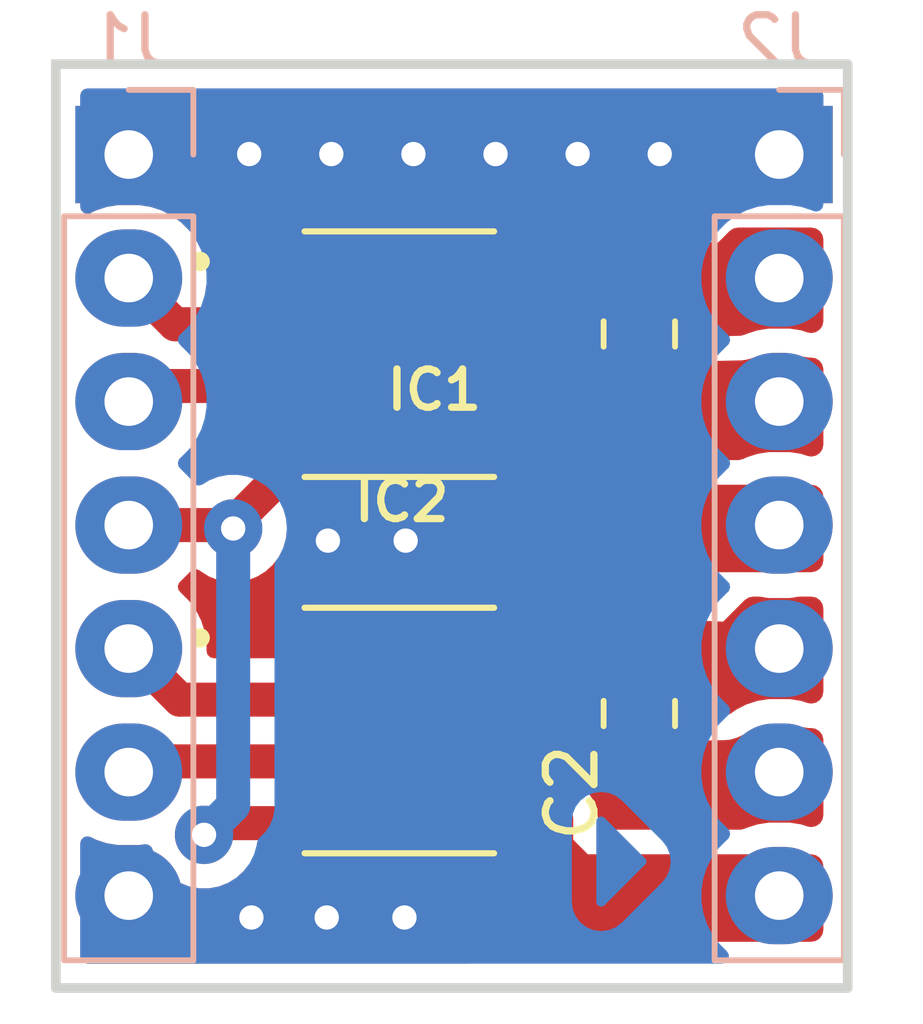
<source format=kicad_pcb>
(kicad_pcb (version 20240108) (generator "pcbnew") (generator_version "8.0")
  (layers (0 "F.Cu" signal) (31 "B.Cu" signal) (34 "B.Paste" user) (35 "F.Paste" user) (36 "B.SilkS" user "B.Silkscreen") (37 "F.SilkS" user "F.Silkscreen") (38 "B.Mask" user) (39 "F.Mask" user) (44 "Edge.Cuts" user))
  (net 0 "")
  (net 1 "/OUT_A2")
  (net 2 "/OUT_A1")
  (net 3 "/OUT_B1")
  (net 4 "/OUT_B2")
  (net 5 "GND")
  (net 6 "/VM")
  (net 7 "/VREF")
  (net 8 "/IN_A2")
  (net 9 "/IN_A1")
  (net 10 "/IN_B2")
  (net 11 "/IN_B1")
  (footprint "Capacitor_SMD:C_0805_2012Metric_Pad1.18x1.45mm_HandSolder" (layer "F.Cu") (at 116.16 107.8 90)
    (property "Reference" "C4" (hide yes))
    (property "Value" "100nF" (hide yes))
    (fp_line (start -0.261252 -0.735) (end 0.261252 -0.735) (stroke (width 0.12)) (layer "F.SilkS"))
    (fp_line (start -0.261252 0.735) (end 0.261252 0.735) (stroke (width 0.12)) (layer "F.SilkS"))
    (pad "1" smd roundrect (at -1.0375 0 90) (size 1.175 1.45) (layers "F.Cu" "F.Paste" "F.Mask") (roundrect_rratio 0.212766) (net 3 "/OUT_B1"))
    (pad "2" smd roundrect (at 1.0375 0 90) (size 1.175 1.45) (layers "F.Cu" "F.Paste" "F.Mask") (roundrect_rratio 0.212766) (net 4 "/OUT_B2"))
  )
  (footprint "TB67H450FNG_EL:TB67H450FNG_EL" (layer "F.Cu") (at 111.22 108.215)
    (property "Reference" "IC2" (at 0.05 3.025 0) (layer "F.SilkS") (effects (font (size 0.787402 0.787402))))
    (property "Value" "Motor_B" (hide yes))
    (fp_line (start -1.95 -2.525) (end 1.95 -2.525) (stroke (width 0.127)) (layer "F.SilkS"))
    (fp_line (start -1.95 2.525) (end 1.95 2.525) (stroke (width 0.127)) (layer "F.SilkS"))
    (fp_circle (center -4.1 -1.905) (end -4 -1.905) (stroke (width 0.2)) (fill none) (layer "F.SilkS"))
    (pad "1" smd roundrect (at -2.47 -1.905) (size 1.97 0.58) (layers "F.Cu" "F.Paste" "F.Mask") (roundrect_rratio 0.07) (net 5 "GND"))
    (pad "2" smd roundrect (at -2.47 -0.635) (size 1.97 0.58) (layers "F.Cu" "F.Paste" "F.Mask") (roundrect_rratio 0.07) (net 10 "/IN_B2"))
    (pad "3" smd roundrect (at -2.47 0.635) (size 1.97 0.58) (layers "F.Cu" "F.Paste" "F.Mask") (roundrect_rratio 0.07) (net 11 "/IN_B1"))
    (pad "4" smd roundrect (at -2.47 1.905) (size 1.97 0.58) (layers "F.Cu" "F.Paste" "F.Mask") (roundrect_rratio 0.07) (net 7 "/VREF"))
    (pad "5" smd roundrect (at 2.47 1.905) (size 1.97 0.58) (layers "F.Cu" "F.Paste" "F.Mask") (roundrect_rratio 0.07) (net 6 "/VM"))
    (pad "6" smd roundrect (at 2.47 0.635) (size 1.97 0.58) (layers "F.Cu" "F.Paste" "F.Mask") (roundrect_rratio 0.07) (net 3 "/OUT_B1"))
    (pad "7" smd roundrect (at 2.47 -0.635) (size 1.97 0.58) (layers "F.Cu" "F.Paste" "F.Mask") (roundrect_rratio 0.07) (net 5 "GND"))
    (pad "8" smd roundrect (at 2.47 -1.905) (size 1.97 0.58) (layers "F.Cu" "F.Paste" "F.Mask") (roundrect_rratio 0.07) (net 4 "/OUT_B2"))
    (pad "9" smd rect (at 0 0) (size 2.285 2.285) (layers "F.Cu" "F.Mask") (net 5 "GND"))
  )
  (footprint "Capacitor_SMD:C_0805_2012Metric_Pad1.18x1.45mm_HandSolder" (layer "F.Cu") (at 116.16 115.605 90)
    (property "Reference" "C2" (at -1.6275 -1.39 90) (layer "F.SilkS"))
    (property "Value" "100nF" (hide yes))
    (fp_line (start -0.261252 -0.735) (end 0.261252 -0.735) (stroke (width 0.12)) (layer "F.SilkS"))
    (fp_line (start -0.261252 0.735) (end 0.261252 0.735) (stroke (width 0.12)) (layer "F.SilkS"))
    (pad "1" smd roundrect (at -1.0375 0 90) (size 1.175 1.45) (layers "F.Cu" "F.Paste" "F.Mask") (roundrect_rratio 0.212766) (net 2 "/OUT_A1"))
    (pad "2" smd roundrect (at 1.0375 0 90) (size 1.175 1.45) (layers "F.Cu" "F.Paste" "F.Mask") (roundrect_rratio 0.212766) (net 1 "/OUT_A2"))
  )
  (footprint "TB67H450FNG_EL:TB67H450FNG_EL" (layer "F.Cu") (at 111.22 115.955)
    (property "Reference" "IC1" (at 0.72 -7.005 0) (layer "F.SilkS") (effects (font (size 0.787402 0.787402))))
    (property "Value" "Motor_A" (hide yes))
    (fp_line (start -1.95 -2.525) (end 1.95 -2.525) (stroke (width 0.127)) (layer "F.SilkS"))
    (fp_line (start -1.95 2.525) (end 1.95 2.525) (stroke (width 0.127)) (layer "F.SilkS"))
    (fp_circle (center -4.1 -1.905) (end -4 -1.905) (stroke (width 0.2)) (fill none) (layer "F.SilkS"))
    (pad "1" smd roundrect (at -2.47 -1.905) (size 1.97 0.58) (layers "F.Cu" "F.Paste" "F.Mask") (roundrect_rratio 0.07) (net 5 "GND"))
    (pad "2" smd roundrect (at -2.47 -0.635) (size 1.97 0.58) (layers "F.Cu" "F.Paste" "F.Mask") (roundrect_rratio 0.07) (net 8 "/IN_A2"))
    (pad "3" smd roundrect (at -2.47 0.635) (size 1.97 0.58) (layers "F.Cu" "F.Paste" "F.Mask") (roundrect_rratio 0.07) (net 9 "/IN_A1"))
    (pad "4" smd roundrect (at -2.47 1.905) (size 1.97 0.58) (layers "F.Cu" "F.Paste" "F.Mask") (roundrect_rratio 0.07) (net 7 "/VREF"))
    (pad "5" smd roundrect (at 2.47 1.905) (size 1.97 0.58) (layers "F.Cu" "F.Paste" "F.Mask") (roundrect_rratio 0.07) (net 6 "/VM"))
    (pad "6" smd roundrect (at 2.47 0.635) (size 1.97 0.58) (layers "F.Cu" "F.Paste" "F.Mask") (roundrect_rratio 0.07) (net 2 "/OUT_A1"))
    (pad "7" smd roundrect (at 2.47 -0.635) (size 1.97 0.58) (layers "F.Cu" "F.Paste" "F.Mask") (roundrect_rratio 0.07) (net 5 "GND"))
    (pad "8" smd roundrect (at 2.47 -1.905) (size 1.97 0.58) (layers "F.Cu" "F.Paste" "F.Mask") (roundrect_rratio 0.07) (net 1 "/OUT_A2"))
    (pad "9" smd rect (at 0 0) (size 2.285 2.285) (layers "F.Cu" "F.Mask") (net 5 "GND"))
  )
  (footprint "Connector_PinHeader_2.54mm:PinHeader_1x07_P2.54mm_Vertical" (layer "B.Cu") (at 119.04 104.11 180)
    (property "Reference" "J2" (at 0 2.33 0) (layer "B.SilkS") (effects (justify mirror)))
    (property "Value" "Conn_01x07_Pin" (hide yes))
    (fp_line (start 1.33 -1.27) (end -1.33 -1.27) (stroke (width 0.12)) (layer "B.SilkS"))
    (fp_line (start 1.33 -16.57) (end 1.33 -1.27) (stroke (width 0.12)) (layer "B.SilkS"))
    (fp_line (start 1.33 -16.57) (end -1.33 -16.57) (stroke (width 0.12)) (layer "B.SilkS"))
    (fp_line (start 0 1.33) (end -1.33 1.33) (stroke (width 0.12)) (layer "B.SilkS"))
    (fp_line (start -1.33 1.33) (end -1.33 0) (stroke (width 0.12)) (layer "B.SilkS"))
    (fp_line (start -1.33 -16.57) (end -1.33 -1.27) (stroke (width 0.12)) (layer "B.SilkS"))
    (pad "1" thru_hole rect (at 0 0 180) (size 2.2 2) (drill 1) (layers "*.Cu" "*.Mask") (net 5 "GND"))
    (pad "2" thru_hole oval (at 0 -2.54 180) (size 2.2 2) (drill 1) (layers "*.Cu" "*.Mask") (net 4 "/OUT_B2"))
    (pad "3" thru_hole oval (at 0 -5.08 180) (size 2.2 2) (drill 1) (layers "*.Cu" "*.Mask") (net 3 "/OUT_B1"))
    (pad "4" thru_hole oval (at 0 -7.62 180) (size 2.2 2) (drill 1) (layers "*.Cu" "*.Mask") (net 6 "/VM"))
    (pad "5" thru_hole oval (at 0 -10.16 180) (size 2.2 2) (drill 1) (layers "*.Cu" "*.Mask") (net 1 "/OUT_A2"))
    (pad "6" thru_hole oval (at 0 -12.7 180) (size 2.2 2) (drill 1) (layers "*.Cu" "*.Mask") (net 2 "/OUT_A1"))
    (pad "7" thru_hole oval (at 0 -15.24 180) (size 2.2 2) (drill 1) (layers "*.Cu" "*.Mask") (net 6 "/VM"))
  )
  (footprint "Connector_PinHeader_2.54mm:PinHeader_1x07_P2.54mm_Vertical" (layer "B.Cu") (at 105.65 104.11 180)
    (property "Reference" "J1" (at 0 2.33 0) (layer "B.SilkS") (effects (justify mirror)))
    (property "Value" "Conn_01x07_Pin" (hide yes))
    (fp_line (start 1.33 -1.27) (end -1.33 -1.27) (stroke (width 0.12)) (layer "B.SilkS"))
    (fp_line (start 1.33 -16.57) (end 1.33 -1.27) (stroke (width 0.12)) (layer "B.SilkS"))
    (fp_line (start 1.33 -16.57) (end -1.33 -16.57) (stroke (width 0.12)) (layer "B.SilkS"))
    (fp_line (start 0 1.33) (end -1.33 1.33) (stroke (width 0.12)) (layer "B.SilkS"))
    (fp_line (start -1.33 1.33) (end -1.33 0) (stroke (width 0.12)) (layer "B.SilkS"))
    (fp_line (start -1.33 -16.57) (end -1.33 -1.27) (stroke (width 0.12)) (layer "B.SilkS"))
    (pad "1" thru_hole rect (at 0 0 180) (size 2.2 2) (drill 1) (layers "*.Cu" "*.Mask") (net 5 "GND"))
    (pad "2" thru_hole oval (at 0 -2.54 180) (size 2.2 2) (drill 1) (layers "*.Cu" "*.Mask") (net 10 "/IN_B2"))
    (pad "3" thru_hole oval (at 0 -5.08 180) (size 2.2 2) (drill 1) (layers "*.Cu" "*.Mask") (net 11 "/IN_B1"))
    (pad "4" thru_hole oval (at 0 -7.62 180) (size 2.2 2) (drill 1) (layers "*.Cu" "*.Mask") (net 7 "/VREF"))
    (pad "5" thru_hole oval (at 0 -10.16 180) (size 2.2 2) (drill 1) (layers "*.Cu" "*.Mask") (net 8 "/IN_A2"))
    (pad "6" thru_hole oval (at 0 -12.7 180) (size 2.2 2) (drill 1) (layers "*.Cu" "*.Mask") (net 9 "/IN_A1"))
    (pad "7" thru_hole oval (at 0 -15.24 180) (size 2.2 2) (drill 1) (layers "*.Cu" "*.Mask") (net 5 "GND"))
  )
  (gr_poly (pts (xy 115.375 117.825) (xy 115.375 119.475) (xy 116.2 118.65)) (stroke (width 0.2)) (fill solid) (layer "B.Cu"))
  (gr_rect (start 104.15 102.25) (end 120.45 121.25) (stroke (width 0.2)) (fill none) (layer "Edge.Cuts"))
  (via (at 111.325 119.8) (size 1.2) (drill 0.5) (layers "F.Cu" "B.Cu") (net 5))
  (via (at 111.35 112.05) (size 1.2) (drill 0.5) (layers "F.Cu" "B.Cu") (net 5))
  (via (at 114.89 104.1) (size 1.2) (drill 0.5) (layers "F.Cu" "B.Cu") (net 5))
  (via (at 111.51 104.1) (size 1.2) (drill 0.5) (layers "F.Cu" "B.Cu") (net 5))
  (via (at 116.58 104.1) (size 1.2) (drill 0.5) (layers "F.Cu" "B.Cu") (net 5))
  (via (at 108.175 119.8) (size 1.2) (drill 0.5) (layers "F.Cu" "B.Cu") (net 5))
  (via (at 109.75 112.05) (size 1.2) (drill 0.5) (layers "F.Cu" "B.Cu") (net 5))
  (via (at 109.82 104.1) (size 1.2) (drill 0.5) (layers "F.Cu" "B.Cu") (net 5))
  (via (at 108.13 104.1) (size 1.2) (drill 0.5) (layers "F.Cu" "B.Cu") (net 5))
  (via (at 113.2 104.1) (size 1.2) (drill 0.5) (layers "F.Cu" "B.Cu") (net 5))
  (via (at 109.725 119.8) (size 1.2) (drill 0.5) (layers "F.Cu" "B.Cu") (net 5))
  (segment (start 108.75 110.75) (end 108.75 110.12) (width 0.7) (layer "F.Cu") (net 7))
  (segment (start 107.44 117.86) (end 107.2 118.1) (width 0.7) (layer "F.Cu") (net 7))
  (segment (start 107.8 111.8) (end 107.73 111.73) (width 0.7) (layer "F.Cu") (net 7))
  (segment (start 107.8 111.8) (end 107.8 111.7) (width 0.7) (layer "F.Cu") (net 7))
  (segment (start 107.8 111.7) (end 108.75 110.75) (width 0.7) (layer "F.Cu") (net 7))
  (segment (start 107.73 111.73) (end 105.65 111.73) (width 0.7) (layer "F.Cu") (net 7))
  (segment (start 108.75 117.86) (end 107.44 117.86) (width 0.7) (layer "F.Cu") (net 7))
  (via (at 107.2 118.1) (size 1.2) (drill 0.5) (layers "F.Cu" "B.Cu") (net 7))
  (via (at 107.8 111.8) (size 1.2) (drill 0.5) (layers "F.Cu" "B.Cu") (net 7))
  (segment (start 107.8 111.8) (end 107.8 117.5) (width 0.7) (layer "B.Cu") (net 7))
  (segment (start 107.8 117.5) (end 107.2 118.1) (width 0.7) (layer "B.Cu") (net 7))
  (segment (start 106.7 115.32) (end 105.65 114.27) (width 0.7) (layer "F.Cu") (net 8))
  (segment (start 108.75 115.32) (end 106.7 115.32) (width 0.7) (layer "F.Cu") (net 8))
  (segment (start 105.87 116.59) (end 108.75 116.59) (width 0.7) (layer "F.Cu") (net 9))
  (segment (start 105.65 116.81) (end 105.87 116.59) (width 0.7) (layer "F.Cu") (net 9))
  (segment (start 106.6 107.6) (end 105.65 106.65) (width 0.7) (layer "F.Cu") (net 10))
  (segment (start 108.8 107.6) (end 106.6 107.6) (width 0.7) (layer "F.Cu") (net 10))
  (segment (start 105.65 109.19) (end 105.97 108.87) (width 0.7) (layer "F.Cu") (net 11))
  (segment (start 105.97 108.87) (end 108.8 108.87) (width 0.7) (layer "F.Cu") (net 11))
  (zone (net 4) (net_name "/OUT_B2") (layer "F.Cu") (priority 2) (connect_pads yes (clearance 0.5)) (min_thickness 0.5) (fill yes (thermal_gap 0.5) (thermal_bridge_width 0.5))
    (polygon (pts (xy 112.6 106.9) (xy 114.9 106.9) (xy 115 107) (xy 115 107.7) (xy 115.2 107.9) (xy 120.1 107.8) (xy 120.3 107.7) (xy 120.3 105.5) (xy 118.2 105.5) (xy 117.78465 105.91535) (xy 112.5 105.7) (xy 112.5 106.8)))
  )
  (zone (net 6) (net_name "/VM") (layer "F.Cu") (priority 3) (connect_pads yes (clearance 0.5)) (min_thickness 0.5) (fill yes (thermal_gap 0.5) (thermal_bridge_width 0.5))
    (polygon (pts (xy 112.6 109.8) (xy 114.8 109.8) (xy 114.8 110.6) (xy 115.1 110.9) (xy 120.1 110.9) (xy 120.1 112.7) (xy 113.3 112.7) (xy 112.6 112)))
  )
  (zone (net 2) (net_name "/OUT_A1") (layer "F.Cu") (priority 1) (connect_pads yes (clearance 0.5)) (min_thickness 0.5) (fill yes (thermal_gap 0.5) (thermal_bridge_width 0.5))
    (polygon (pts (xy 112.6 117.25) (xy 114.85 117.25) (xy 115.05 117.45) (xy 115.05 118.05) (xy 115.3 118.3) (xy 120.1 118.3) (xy 120.35 118.05) (xy 120.35 115.95) (xy 120.2 115.6) (xy 115 115.8) (xy 114.75 116.05) (xy 112.6 116.05)))
  )
  (zone (net 6) (net_name "/VM") (layer "F.Cu") (priority 3) (connect_pads yes (clearance 0.5)) (min_thickness 0.5) (fill yes (thermal_gap 0.5) (thermal_bridge_width 0.5))
    (polygon (pts (xy 112.6 117.5) (xy 114.8 117.5) (xy 114.8 118.2) (xy 115.1 118.5) (xy 120.1 118.5) (xy 120.1 120.3) (xy 113.3 120.3) (xy 112.6 119.6)))
  )
  (zone (net 1) (net_name "/OUT_A2") (layer "F.Cu") (priority 2) (connect_pads yes (clearance 0.5)) (min_thickness 0.5) (fill yes (thermal_gap 0.5) (thermal_bridge_width 0.5))
    (polygon (pts (xy 112.7 114.7) (xy 115 114.7) (xy 115.1 114.8) (xy 115.1 115.5) (xy 115.3 115.7) (xy 120.2 115.6) (xy 120.4 115.5) (xy 120.4 113.3) (xy 120.3 113.2) (xy 118.4 113.2) (xy 117.88465 113.71535) (xy 112.6 113.5) (xy 112.6 114.6)))
  )
  (zone (net 3) (net_name "/OUT_B1") (layer "F.Cu") (priority 1) (connect_pads yes (clearance 0.5)) (min_thickness 0.5) (fill yes (thermal_gap 0.5) (thermal_bridge_width 0.5))
    (polygon (pts (xy 112.5 109.45) (xy 114.75 109.45) (xy 114.95 109.65) (xy 114.95 110.25) (xy 115.2 110.5) (xy 120 110.5) (xy 120.25 110.25) (xy 120.25 108.15) (xy 120.1 107.9) (xy 114.9 108) (xy 114.65 108.25) (xy 112.5 108.25)))
  )
  (zone (net 5) (net_name "GND") (layers "F&B.Cu") (connect_pads yes (clearance 0.5)) (min_thickness 0.3) (fill yes (thermal_gap 0.5) (thermal_bridge_width 0.5))
    (polygon (pts (xy 103 101) (xy 103 122) (xy 122 122) (xy 122 101)))
  )
)
</source>
